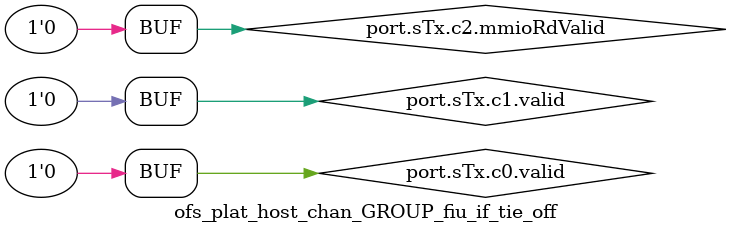
<source format=sv>



`include "ofs_plat_if.vh"

module ofs_plat_host_chan_GROUP_fiu_if_tie_off
   (
    ofs_plat_host_ccip_if.to_fiu port
    );

    always_comb
    begin
        port.sTx.c0.valid = 1'b0;
        port.sTx.c1.valid = 1'b0;
        port.sTx.c2.mmioRdValid = 1'b0;
    end

endmodule // ofs_plat_host_chan_GROUP_fiu_if_tie_off

</source>
